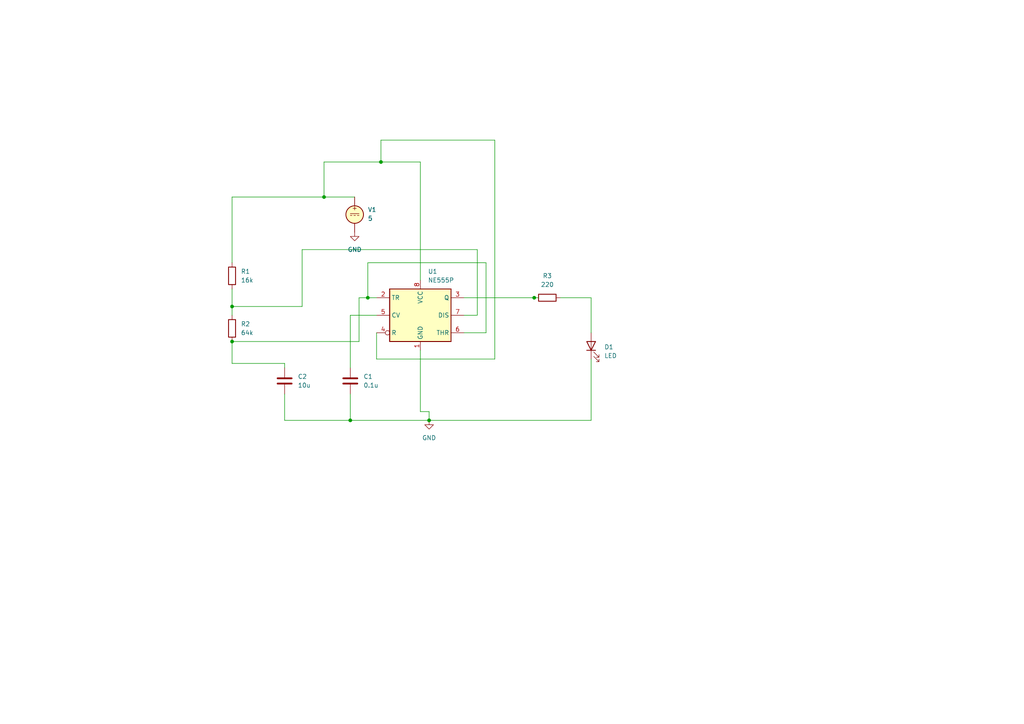
<source format=kicad_sch>
(kicad_sch
	(version 20231120)
	(generator "eeschema")
	(generator_version "8.0")
	(uuid "f8449484-43b0-4886-a42f-33cdd4d0069b")
	(paper "A4")
	(lib_symbols
		(symbol "Device:C"
			(pin_numbers hide)
			(pin_names
				(offset 0.254)
			)
			(exclude_from_sim no)
			(in_bom yes)
			(on_board yes)
			(property "Reference" "C"
				(at 0.635 2.54 0)
				(effects
					(font
						(size 1.27 1.27)
					)
					(justify left)
				)
			)
			(property "Value" "C"
				(at 0.635 -2.54 0)
				(effects
					(font
						(size 1.27 1.27)
					)
					(justify left)
				)
			)
			(property "Footprint" ""
				(at 0.9652 -3.81 0)
				(effects
					(font
						(size 1.27 1.27)
					)
					(hide yes)
				)
			)
			(property "Datasheet" "~"
				(at 0 0 0)
				(effects
					(font
						(size 1.27 1.27)
					)
					(hide yes)
				)
			)
			(property "Description" "Unpolarized capacitor"
				(at 0 0 0)
				(effects
					(font
						(size 1.27 1.27)
					)
					(hide yes)
				)
			)
			(property "ki_keywords" "cap capacitor"
				(at 0 0 0)
				(effects
					(font
						(size 1.27 1.27)
					)
					(hide yes)
				)
			)
			(property "ki_fp_filters" "C_*"
				(at 0 0 0)
				(effects
					(font
						(size 1.27 1.27)
					)
					(hide yes)
				)
			)
			(symbol "C_0_1"
				(polyline
					(pts
						(xy -2.032 -0.762) (xy 2.032 -0.762)
					)
					(stroke
						(width 0.508)
						(type default)
					)
					(fill
						(type none)
					)
				)
				(polyline
					(pts
						(xy -2.032 0.762) (xy 2.032 0.762)
					)
					(stroke
						(width 0.508)
						(type default)
					)
					(fill
						(type none)
					)
				)
			)
			(symbol "C_1_1"
				(pin passive line
					(at 0 3.81 270)
					(length 2.794)
					(name "~"
						(effects
							(font
								(size 1.27 1.27)
							)
						)
					)
					(number "1"
						(effects
							(font
								(size 1.27 1.27)
							)
						)
					)
				)
				(pin passive line
					(at 0 -3.81 90)
					(length 2.794)
					(name "~"
						(effects
							(font
								(size 1.27 1.27)
							)
						)
					)
					(number "2"
						(effects
							(font
								(size 1.27 1.27)
							)
						)
					)
				)
			)
		)
		(symbol "Device:LED"
			(pin_numbers hide)
			(pin_names
				(offset 1.016) hide)
			(exclude_from_sim no)
			(in_bom yes)
			(on_board yes)
			(property "Reference" "D"
				(at 0 2.54 0)
				(effects
					(font
						(size 1.27 1.27)
					)
				)
			)
			(property "Value" "LED"
				(at 0 -2.54 0)
				(effects
					(font
						(size 1.27 1.27)
					)
				)
			)
			(property "Footprint" ""
				(at 0 0 0)
				(effects
					(font
						(size 1.27 1.27)
					)
					(hide yes)
				)
			)
			(property "Datasheet" "~"
				(at 0 0 0)
				(effects
					(font
						(size 1.27 1.27)
					)
					(hide yes)
				)
			)
			(property "Description" "Light emitting diode"
				(at 0 0 0)
				(effects
					(font
						(size 1.27 1.27)
					)
					(hide yes)
				)
			)
			(property "ki_keywords" "LED diode"
				(at 0 0 0)
				(effects
					(font
						(size 1.27 1.27)
					)
					(hide yes)
				)
			)
			(property "ki_fp_filters" "LED* LED_SMD:* LED_THT:*"
				(at 0 0 0)
				(effects
					(font
						(size 1.27 1.27)
					)
					(hide yes)
				)
			)
			(symbol "LED_0_1"
				(polyline
					(pts
						(xy -1.27 -1.27) (xy -1.27 1.27)
					)
					(stroke
						(width 0.254)
						(type default)
					)
					(fill
						(type none)
					)
				)
				(polyline
					(pts
						(xy -1.27 0) (xy 1.27 0)
					)
					(stroke
						(width 0)
						(type default)
					)
					(fill
						(type none)
					)
				)
				(polyline
					(pts
						(xy 1.27 -1.27) (xy 1.27 1.27) (xy -1.27 0) (xy 1.27 -1.27)
					)
					(stroke
						(width 0.254)
						(type default)
					)
					(fill
						(type none)
					)
				)
				(polyline
					(pts
						(xy -3.048 -0.762) (xy -4.572 -2.286) (xy -3.81 -2.286) (xy -4.572 -2.286) (xy -4.572 -1.524)
					)
					(stroke
						(width 0)
						(type default)
					)
					(fill
						(type none)
					)
				)
				(polyline
					(pts
						(xy -1.778 -0.762) (xy -3.302 -2.286) (xy -2.54 -2.286) (xy -3.302 -2.286) (xy -3.302 -1.524)
					)
					(stroke
						(width 0)
						(type default)
					)
					(fill
						(type none)
					)
				)
			)
			(symbol "LED_1_1"
				(pin passive line
					(at -3.81 0 0)
					(length 2.54)
					(name "K"
						(effects
							(font
								(size 1.27 1.27)
							)
						)
					)
					(number "1"
						(effects
							(font
								(size 1.27 1.27)
							)
						)
					)
				)
				(pin passive line
					(at 3.81 0 180)
					(length 2.54)
					(name "A"
						(effects
							(font
								(size 1.27 1.27)
							)
						)
					)
					(number "2"
						(effects
							(font
								(size 1.27 1.27)
							)
						)
					)
				)
			)
		)
		(symbol "Device:R"
			(pin_numbers hide)
			(pin_names
				(offset 0)
			)
			(exclude_from_sim no)
			(in_bom yes)
			(on_board yes)
			(property "Reference" "R"
				(at 2.032 0 90)
				(effects
					(font
						(size 1.27 1.27)
					)
				)
			)
			(property "Value" "R"
				(at 0 0 90)
				(effects
					(font
						(size 1.27 1.27)
					)
				)
			)
			(property "Footprint" ""
				(at -1.778 0 90)
				(effects
					(font
						(size 1.27 1.27)
					)
					(hide yes)
				)
			)
			(property "Datasheet" "~"
				(at 0 0 0)
				(effects
					(font
						(size 1.27 1.27)
					)
					(hide yes)
				)
			)
			(property "Description" "Resistor"
				(at 0 0 0)
				(effects
					(font
						(size 1.27 1.27)
					)
					(hide yes)
				)
			)
			(property "ki_keywords" "R res resistor"
				(at 0 0 0)
				(effects
					(font
						(size 1.27 1.27)
					)
					(hide yes)
				)
			)
			(property "ki_fp_filters" "R_*"
				(at 0 0 0)
				(effects
					(font
						(size 1.27 1.27)
					)
					(hide yes)
				)
			)
			(symbol "R_0_1"
				(rectangle
					(start -1.016 -2.54)
					(end 1.016 2.54)
					(stroke
						(width 0.254)
						(type default)
					)
					(fill
						(type none)
					)
				)
			)
			(symbol "R_1_1"
				(pin passive line
					(at 0 3.81 270)
					(length 1.27)
					(name "~"
						(effects
							(font
								(size 1.27 1.27)
							)
						)
					)
					(number "1"
						(effects
							(font
								(size 1.27 1.27)
							)
						)
					)
				)
				(pin passive line
					(at 0 -3.81 90)
					(length 1.27)
					(name "~"
						(effects
							(font
								(size 1.27 1.27)
							)
						)
					)
					(number "2"
						(effects
							(font
								(size 1.27 1.27)
							)
						)
					)
				)
			)
		)
		(symbol "Simulation_SPICE:VDC"
			(pin_numbers hide)
			(pin_names
				(offset 0.0254)
			)
			(exclude_from_sim no)
			(in_bom yes)
			(on_board yes)
			(property "Reference" "V"
				(at 2.54 2.54 0)
				(effects
					(font
						(size 1.27 1.27)
					)
					(justify left)
				)
			)
			(property "Value" "1"
				(at 2.54 0 0)
				(effects
					(font
						(size 1.27 1.27)
					)
					(justify left)
				)
			)
			(property "Footprint" ""
				(at 0 0 0)
				(effects
					(font
						(size 1.27 1.27)
					)
					(hide yes)
				)
			)
			(property "Datasheet" "https://ngspice.sourceforge.io/docs/ngspice-html-manual/manual.xhtml#sec_Independent_Sources_for"
				(at 0 0 0)
				(effects
					(font
						(size 1.27 1.27)
					)
					(hide yes)
				)
			)
			(property "Description" "Voltage source, DC"
				(at 0 0 0)
				(effects
					(font
						(size 1.27 1.27)
					)
					(hide yes)
				)
			)
			(property "Sim.Pins" "1=+ 2=-"
				(at 0 0 0)
				(effects
					(font
						(size 1.27 1.27)
					)
					(hide yes)
				)
			)
			(property "Sim.Type" "DC"
				(at 0 0 0)
				(effects
					(font
						(size 1.27 1.27)
					)
					(hide yes)
				)
			)
			(property "Sim.Device" "V"
				(at 0 0 0)
				(effects
					(font
						(size 1.27 1.27)
					)
					(justify left)
					(hide yes)
				)
			)
			(property "ki_keywords" "simulation"
				(at 0 0 0)
				(effects
					(font
						(size 1.27 1.27)
					)
					(hide yes)
				)
			)
			(symbol "VDC_0_0"
				(polyline
					(pts
						(xy -1.27 0.254) (xy 1.27 0.254)
					)
					(stroke
						(width 0)
						(type default)
					)
					(fill
						(type none)
					)
				)
				(polyline
					(pts
						(xy -0.762 -0.254) (xy -1.27 -0.254)
					)
					(stroke
						(width 0)
						(type default)
					)
					(fill
						(type none)
					)
				)
				(polyline
					(pts
						(xy 0.254 -0.254) (xy -0.254 -0.254)
					)
					(stroke
						(width 0)
						(type default)
					)
					(fill
						(type none)
					)
				)
				(polyline
					(pts
						(xy 1.27 -0.254) (xy 0.762 -0.254)
					)
					(stroke
						(width 0)
						(type default)
					)
					(fill
						(type none)
					)
				)
				(text "+"
					(at 0 1.905 0)
					(effects
						(font
							(size 1.27 1.27)
						)
					)
				)
			)
			(symbol "VDC_0_1"
				(circle
					(center 0 0)
					(radius 2.54)
					(stroke
						(width 0.254)
						(type default)
					)
					(fill
						(type background)
					)
				)
			)
			(symbol "VDC_1_1"
				(pin passive line
					(at 0 5.08 270)
					(length 2.54)
					(name "~"
						(effects
							(font
								(size 1.27 1.27)
							)
						)
					)
					(number "1"
						(effects
							(font
								(size 1.27 1.27)
							)
						)
					)
				)
				(pin passive line
					(at 0 -5.08 90)
					(length 2.54)
					(name "~"
						(effects
							(font
								(size 1.27 1.27)
							)
						)
					)
					(number "2"
						(effects
							(font
								(size 1.27 1.27)
							)
						)
					)
				)
			)
		)
		(symbol "Timer:NE555P"
			(exclude_from_sim no)
			(in_bom yes)
			(on_board yes)
			(property "Reference" "U"
				(at -10.16 8.89 0)
				(effects
					(font
						(size 1.27 1.27)
					)
					(justify left)
				)
			)
			(property "Value" "NE555P"
				(at 2.54 8.89 0)
				(effects
					(font
						(size 1.27 1.27)
					)
					(justify left)
				)
			)
			(property "Footprint" "Package_DIP:DIP-8_W7.62mm"
				(at 16.51 -10.16 0)
				(effects
					(font
						(size 1.27 1.27)
					)
					(hide yes)
				)
			)
			(property "Datasheet" "http://www.ti.com/lit/ds/symlink/ne555.pdf"
				(at 21.59 -10.16 0)
				(effects
					(font
						(size 1.27 1.27)
					)
					(hide yes)
				)
			)
			(property "Description" "Precision Timers, 555 compatible,  PDIP-8"
				(at 0 0 0)
				(effects
					(font
						(size 1.27 1.27)
					)
					(hide yes)
				)
			)
			(property "ki_keywords" "single timer 555"
				(at 0 0 0)
				(effects
					(font
						(size 1.27 1.27)
					)
					(hide yes)
				)
			)
			(property "ki_fp_filters" "DIP*W7.62mm*"
				(at 0 0 0)
				(effects
					(font
						(size 1.27 1.27)
					)
					(hide yes)
				)
			)
			(symbol "NE555P_0_0"
				(pin power_in line
					(at 0 -10.16 90)
					(length 2.54)
					(name "GND"
						(effects
							(font
								(size 1.27 1.27)
							)
						)
					)
					(number "1"
						(effects
							(font
								(size 1.27 1.27)
							)
						)
					)
				)
				(pin power_in line
					(at 0 10.16 270)
					(length 2.54)
					(name "VCC"
						(effects
							(font
								(size 1.27 1.27)
							)
						)
					)
					(number "8"
						(effects
							(font
								(size 1.27 1.27)
							)
						)
					)
				)
			)
			(symbol "NE555P_0_1"
				(rectangle
					(start -8.89 -7.62)
					(end 8.89 7.62)
					(stroke
						(width 0.254)
						(type default)
					)
					(fill
						(type background)
					)
				)
				(rectangle
					(start -8.89 -7.62)
					(end 8.89 7.62)
					(stroke
						(width 0.254)
						(type default)
					)
					(fill
						(type background)
					)
				)
			)
			(symbol "NE555P_1_1"
				(pin input line
					(at -12.7 5.08 0)
					(length 3.81)
					(name "TR"
						(effects
							(font
								(size 1.27 1.27)
							)
						)
					)
					(number "2"
						(effects
							(font
								(size 1.27 1.27)
							)
						)
					)
				)
				(pin output line
					(at 12.7 5.08 180)
					(length 3.81)
					(name "Q"
						(effects
							(font
								(size 1.27 1.27)
							)
						)
					)
					(number "3"
						(effects
							(font
								(size 1.27 1.27)
							)
						)
					)
				)
				(pin input inverted
					(at -12.7 -5.08 0)
					(length 3.81)
					(name "R"
						(effects
							(font
								(size 1.27 1.27)
							)
						)
					)
					(number "4"
						(effects
							(font
								(size 1.27 1.27)
							)
						)
					)
				)
				(pin input line
					(at -12.7 0 0)
					(length 3.81)
					(name "CV"
						(effects
							(font
								(size 1.27 1.27)
							)
						)
					)
					(number "5"
						(effects
							(font
								(size 1.27 1.27)
							)
						)
					)
				)
				(pin input line
					(at 12.7 -5.08 180)
					(length 3.81)
					(name "THR"
						(effects
							(font
								(size 1.27 1.27)
							)
						)
					)
					(number "6"
						(effects
							(font
								(size 1.27 1.27)
							)
						)
					)
				)
				(pin input line
					(at 12.7 0 180)
					(length 3.81)
					(name "DIS"
						(effects
							(font
								(size 1.27 1.27)
							)
						)
					)
					(number "7"
						(effects
							(font
								(size 1.27 1.27)
							)
						)
					)
				)
			)
		)
		(symbol "power:GND"
			(power)
			(pin_numbers hide)
			(pin_names
				(offset 0) hide)
			(exclude_from_sim no)
			(in_bom yes)
			(on_board yes)
			(property "Reference" "#PWR"
				(at 0 -6.35 0)
				(effects
					(font
						(size 1.27 1.27)
					)
					(hide yes)
				)
			)
			(property "Value" "GND"
				(at 0 -3.81 0)
				(effects
					(font
						(size 1.27 1.27)
					)
				)
			)
			(property "Footprint" ""
				(at 0 0 0)
				(effects
					(font
						(size 1.27 1.27)
					)
					(hide yes)
				)
			)
			(property "Datasheet" ""
				(at 0 0 0)
				(effects
					(font
						(size 1.27 1.27)
					)
					(hide yes)
				)
			)
			(property "Description" "Power symbol creates a global label with name \"GND\" , ground"
				(at 0 0 0)
				(effects
					(font
						(size 1.27 1.27)
					)
					(hide yes)
				)
			)
			(property "ki_keywords" "global power"
				(at 0 0 0)
				(effects
					(font
						(size 1.27 1.27)
					)
					(hide yes)
				)
			)
			(symbol "GND_0_1"
				(polyline
					(pts
						(xy 0 0) (xy 0 -1.27) (xy 1.27 -1.27) (xy 0 -2.54) (xy -1.27 -1.27) (xy 0 -1.27)
					)
					(stroke
						(width 0)
						(type default)
					)
					(fill
						(type none)
					)
				)
			)
			(symbol "GND_1_1"
				(pin power_in line
					(at 0 0 270)
					(length 0)
					(name "~"
						(effects
							(font
								(size 1.27 1.27)
							)
						)
					)
					(number "1"
						(effects
							(font
								(size 1.27 1.27)
							)
						)
					)
				)
			)
		)
	)
	(junction
		(at 154.94 86.36)
		(diameter 0)
		(color 0 0 0 0)
		(uuid "2b415837-43fe-4c81-be92-8a18248e1894")
	)
	(junction
		(at 67.31 99.06)
		(diameter 0)
		(color 0 0 0 0)
		(uuid "41f3da3b-5b9a-48f7-abbd-df5b6a19ebb5")
	)
	(junction
		(at 101.6 121.92)
		(diameter 0)
		(color 0 0 0 0)
		(uuid "6ac7dcef-fc1c-44ec-8a1a-6ff562793f8b")
	)
	(junction
		(at 93.98 57.15)
		(diameter 0)
		(color 0 0 0 0)
		(uuid "750e07bb-b685-4653-93e2-dfcd9ffe29b1")
	)
	(junction
		(at 67.31 88.9)
		(diameter 0)
		(color 0 0 0 0)
		(uuid "ced76d03-683e-4dc5-bf29-9fdf22136232")
	)
	(junction
		(at 124.46 121.92)
		(diameter 0)
		(color 0 0 0 0)
		(uuid "d3d2cac7-124d-4a7f-b2b6-25d430214983")
	)
	(junction
		(at 106.68 86.36)
		(diameter 0)
		(color 0 0 0 0)
		(uuid "e815d01f-bb8c-49cf-8357-815876998e35")
	)
	(junction
		(at 110.49 46.99)
		(diameter 0)
		(color 0 0 0 0)
		(uuid "ee2b2459-bb61-4e7e-a326-2461cb64d201")
	)
	(wire
		(pts
			(xy 101.6 91.44) (xy 109.22 91.44)
		)
		(stroke
			(width 0)
			(type default)
		)
		(uuid "015552d8-de9c-462f-85d4-f2a970c80255")
	)
	(wire
		(pts
			(xy 67.31 105.41) (xy 82.55 105.41)
		)
		(stroke
			(width 0)
			(type default)
		)
		(uuid "018c3d49-050b-4073-967e-e726d0430f72")
	)
	(wire
		(pts
			(xy 67.31 99.06) (xy 104.14 99.06)
		)
		(stroke
			(width 0)
			(type default)
		)
		(uuid "0ca921d4-88bc-436f-aa37-c78a3992ad1b")
	)
	(wire
		(pts
			(xy 109.22 104.14) (xy 143.51 104.14)
		)
		(stroke
			(width 0)
			(type default)
		)
		(uuid "1010b0e4-9a64-43a4-bc31-a5b62b93c9bd")
	)
	(wire
		(pts
			(xy 162.56 86.36) (xy 171.45 86.36)
		)
		(stroke
			(width 0)
			(type default)
		)
		(uuid "11194602-6dec-4e4e-8733-d7a0e1dc51ea")
	)
	(wire
		(pts
			(xy 67.31 76.2) (xy 67.31 57.15)
		)
		(stroke
			(width 0)
			(type default)
		)
		(uuid "17009113-5073-4d77-84b3-3f2c130d79bf")
	)
	(wire
		(pts
			(xy 106.68 76.2) (xy 106.68 86.36)
		)
		(stroke
			(width 0)
			(type default)
		)
		(uuid "1aca9ed5-28a0-4158-9f36-a8e598da15c5")
	)
	(wire
		(pts
			(xy 82.55 106.68) (xy 82.55 105.41)
		)
		(stroke
			(width 0)
			(type default)
		)
		(uuid "1ea99c6e-c9f5-47dd-b329-06872a682562")
	)
	(wire
		(pts
			(xy 67.31 99.06) (xy 67.31 105.41)
		)
		(stroke
			(width 0)
			(type default)
		)
		(uuid "2a8b509d-6ec0-4bea-bc85-b797fb3b10eb")
	)
	(wire
		(pts
			(xy 124.46 119.38) (xy 124.46 121.92)
		)
		(stroke
			(width 0)
			(type default)
		)
		(uuid "2fc343a1-4558-452b-af91-399bdfd58332")
	)
	(wire
		(pts
			(xy 121.92 81.28) (xy 121.92 46.99)
		)
		(stroke
			(width 0)
			(type default)
		)
		(uuid "3e8d244a-a178-4fec-8d1f-b3618e0c193a")
	)
	(wire
		(pts
			(xy 121.92 46.99) (xy 110.49 46.99)
		)
		(stroke
			(width 0)
			(type default)
		)
		(uuid "3ed8521f-7a99-4934-b43d-a43b0976c125")
	)
	(wire
		(pts
			(xy 93.98 57.15) (xy 102.87 57.15)
		)
		(stroke
			(width 0)
			(type default)
		)
		(uuid "424d1736-e4f1-406d-85f3-fb518723c866")
	)
	(wire
		(pts
			(xy 67.31 57.15) (xy 93.98 57.15)
		)
		(stroke
			(width 0)
			(type default)
		)
		(uuid "49c4e8b9-dbbb-4713-8ce1-ceb6d89d2914")
	)
	(wire
		(pts
			(xy 171.45 86.36) (xy 171.45 96.52)
		)
		(stroke
			(width 0)
			(type default)
		)
		(uuid "4a8cbc3a-36b0-4072-83ed-1a295176817a")
	)
	(wire
		(pts
			(xy 101.6 114.3) (xy 101.6 121.92)
		)
		(stroke
			(width 0)
			(type default)
		)
		(uuid "55f402c6-3649-4547-a4e4-99fd1075a32b")
	)
	(wire
		(pts
			(xy 138.43 91.44) (xy 138.43 72.39)
		)
		(stroke
			(width 0)
			(type default)
		)
		(uuid "56d5608f-69ba-4bc6-89a6-3568d1d4c3c9")
	)
	(wire
		(pts
			(xy 154.94 86.36) (xy 156.21 86.36)
		)
		(stroke
			(width 0)
			(type default)
		)
		(uuid "5e38ec2e-5d64-4e00-895d-49cad260b1dd")
	)
	(wire
		(pts
			(xy 134.62 96.52) (xy 140.97 96.52)
		)
		(stroke
			(width 0)
			(type default)
		)
		(uuid "601317b2-eafe-4108-ab44-2a595fb41ce7")
	)
	(wire
		(pts
			(xy 138.43 72.39) (xy 87.63 72.39)
		)
		(stroke
			(width 0)
			(type default)
		)
		(uuid "62a34d08-039c-4357-aae3-6a1784ae4384")
	)
	(wire
		(pts
			(xy 110.49 46.99) (xy 93.98 46.99)
		)
		(stroke
			(width 0)
			(type default)
		)
		(uuid "657364fb-797f-4844-af54-d5f9cc26cece")
	)
	(wire
		(pts
			(xy 101.6 106.68) (xy 101.6 91.44)
		)
		(stroke
			(width 0)
			(type default)
		)
		(uuid "687ba992-c3cc-4180-81c8-8ce1fdc17c87")
	)
	(wire
		(pts
			(xy 67.31 83.82) (xy 67.31 88.9)
		)
		(stroke
			(width 0)
			(type default)
		)
		(uuid "6fbf8ffe-57ea-4881-aa96-cecd645341ea")
	)
	(wire
		(pts
			(xy 93.98 46.99) (xy 93.98 57.15)
		)
		(stroke
			(width 0)
			(type default)
		)
		(uuid "75abf9b7-3ba3-4171-99e3-469153ba4f03")
	)
	(wire
		(pts
			(xy 67.31 88.9) (xy 67.31 91.44)
		)
		(stroke
			(width 0)
			(type default)
		)
		(uuid "84e17a1f-0e95-4181-a0cc-267748d9c9ca")
	)
	(wire
		(pts
			(xy 104.14 86.36) (xy 106.68 86.36)
		)
		(stroke
			(width 0)
			(type default)
		)
		(uuid "852f8bb2-c8cb-4256-9e51-ec4086a3b8e3")
	)
	(wire
		(pts
			(xy 101.6 121.92) (xy 82.55 121.92)
		)
		(stroke
			(width 0)
			(type default)
		)
		(uuid "8be89aec-f560-4792-adcb-52f558238188")
	)
	(wire
		(pts
			(xy 143.51 40.64) (xy 110.49 40.64)
		)
		(stroke
			(width 0)
			(type default)
		)
		(uuid "9163a244-a0a2-4421-854d-e1f792074725")
	)
	(wire
		(pts
			(xy 106.68 86.36) (xy 109.22 86.36)
		)
		(stroke
			(width 0)
			(type default)
		)
		(uuid "956696b5-4dc1-4f84-a446-4c90cc86f880")
	)
	(wire
		(pts
			(xy 109.22 96.52) (xy 109.22 104.14)
		)
		(stroke
			(width 0)
			(type default)
		)
		(uuid "a97a2c58-51f4-46af-be41-aef61f32d472")
	)
	(wire
		(pts
			(xy 87.63 88.9) (xy 67.31 88.9)
		)
		(stroke
			(width 0)
			(type default)
		)
		(uuid "ac46e819-b497-424d-94b5-914718cd54d7")
	)
	(wire
		(pts
			(xy 121.92 101.6) (xy 121.92 119.38)
		)
		(stroke
			(width 0)
			(type default)
		)
		(uuid "b3adb4a9-db06-4803-921e-1fdbedaab883")
	)
	(wire
		(pts
			(xy 143.51 104.14) (xy 143.51 40.64)
		)
		(stroke
			(width 0)
			(type default)
		)
		(uuid "b42c5c68-69c9-4485-b656-3e36be61d791")
	)
	(wire
		(pts
			(xy 134.62 86.36) (xy 154.94 86.36)
		)
		(stroke
			(width 0)
			(type default)
		)
		(uuid "c38920db-9c36-4366-8413-34e48385891c")
	)
	(wire
		(pts
			(xy 140.97 96.52) (xy 140.97 76.2)
		)
		(stroke
			(width 0)
			(type default)
		)
		(uuid "d1093926-04f3-4ab5-8921-60893a4bb119")
	)
	(wire
		(pts
			(xy 104.14 99.06) (xy 104.14 86.36)
		)
		(stroke
			(width 0)
			(type default)
		)
		(uuid "d7a56554-7bd2-4907-8d66-5aa08397e658")
	)
	(wire
		(pts
			(xy 121.92 119.38) (xy 124.46 119.38)
		)
		(stroke
			(width 0)
			(type default)
		)
		(uuid "d984d1a3-d6e5-476d-8a41-ca7beca495c9")
	)
	(wire
		(pts
			(xy 124.46 121.92) (xy 101.6 121.92)
		)
		(stroke
			(width 0)
			(type default)
		)
		(uuid "d9d3b221-3e29-4f92-86e4-fcc88917e48f")
	)
	(wire
		(pts
			(xy 87.63 72.39) (xy 87.63 88.9)
		)
		(stroke
			(width 0)
			(type default)
		)
		(uuid "da088511-faee-462d-bd8c-46f7a49df77e")
	)
	(wire
		(pts
			(xy 171.45 121.92) (xy 124.46 121.92)
		)
		(stroke
			(width 0)
			(type default)
		)
		(uuid "dea42da8-da31-4420-a545-d402e7c0ddd7")
	)
	(wire
		(pts
			(xy 171.45 104.14) (xy 171.45 121.92)
		)
		(stroke
			(width 0)
			(type default)
		)
		(uuid "e4689709-7c82-40b0-9188-0c76736831f1")
	)
	(wire
		(pts
			(xy 140.97 76.2) (xy 106.68 76.2)
		)
		(stroke
			(width 0)
			(type default)
		)
		(uuid "e8afeb1f-d6ae-463d-b375-05bdad576a38")
	)
	(wire
		(pts
			(xy 134.62 91.44) (xy 138.43 91.44)
		)
		(stroke
			(width 0)
			(type default)
		)
		(uuid "eb775566-10d8-434e-bfb3-1bfd2bba9e70")
	)
	(wire
		(pts
			(xy 110.49 40.64) (xy 110.49 46.99)
		)
		(stroke
			(width 0)
			(type default)
		)
		(uuid "f37fccd0-bd7c-4158-a16a-567a1f286350")
	)
	(wire
		(pts
			(xy 82.55 114.3) (xy 82.55 121.92)
		)
		(stroke
			(width 0)
			(type default)
		)
		(uuid "f3d2ebfc-ec4e-4508-8525-921c5aca2b7d")
	)
	(symbol
		(lib_id "Device:C")
		(at 82.55 110.49 0)
		(unit 1)
		(exclude_from_sim no)
		(in_bom yes)
		(on_board yes)
		(dnp no)
		(fields_autoplaced yes)
		(uuid "1eb3a303-4ebe-49d3-afec-63e5484ca7b9")
		(property "Reference" "C2"
			(at 86.36 109.2199 0)
			(effects
				(font
					(size 1.27 1.27)
				)
				(justify left)
			)
		)
		(property "Value" "10u"
			(at 86.36 111.7599 0)
			(effects
				(font
					(size 1.27 1.27)
				)
				(justify left)
			)
		)
		(property "Footprint" ""
			(at 83.5152 114.3 0)
			(effects
				(font
					(size 1.27 1.27)
				)
				(hide yes)
			)
		)
		(property "Datasheet" "~"
			(at 82.55 110.49 0)
			(effects
				(font
					(size 1.27 1.27)
				)
				(hide yes)
			)
		)
		(property "Description" "Unpolarized capacitor"
			(at 82.55 110.49 0)
			(effects
				(font
					(size 1.27 1.27)
				)
				(hide yes)
			)
		)
		(pin "2"
			(uuid "a3d60fc6-94d5-4553-a13e-0609119ea45d")
		)
		(pin "1"
			(uuid "8acf3a24-a41a-4f7e-a86e-cc3f1844df28")
		)
		(instances
			(project ""
				(path "/f8449484-43b0-4886-a42f-33cdd4d0069b"
					(reference "C2")
					(unit 1)
				)
			)
		)
	)
	(symbol
		(lib_id "Timer:NE555P")
		(at 121.92 91.44 0)
		(unit 1)
		(exclude_from_sim no)
		(in_bom yes)
		(on_board yes)
		(dnp no)
		(fields_autoplaced yes)
		(uuid "3ffccf8d-05e0-406e-bb6a-02dd09832a01")
		(property "Reference" "U1"
			(at 124.1141 78.74 0)
			(effects
				(font
					(size 1.27 1.27)
				)
				(justify left)
			)
		)
		(property "Value" "NE555P"
			(at 124.1141 81.28 0)
			(effects
				(font
					(size 1.27 1.27)
				)
				(justify left)
			)
		)
		(property "Footprint" "Package_DIP:DIP-8_W7.62mm"
			(at 138.43 101.6 0)
			(effects
				(font
					(size 1.27 1.27)
				)
				(hide yes)
			)
		)
		(property "Datasheet" "http://www.ti.com/lit/ds/symlink/ne555.pdf"
			(at 143.51 101.6 0)
			(effects
				(font
					(size 1.27 1.27)
				)
				(hide yes)
			)
		)
		(property "Description" "Precision Timers, 555 compatible,  PDIP-8"
			(at 121.92 91.44 0)
			(effects
				(font
					(size 1.27 1.27)
				)
				(hide yes)
			)
		)
		(pin "8"
			(uuid "e0ccb87e-ed54-47d7-adc1-d5f66afdd676")
		)
		(pin "6"
			(uuid "82412e37-8f6c-4db8-9095-10549354a286")
		)
		(pin "4"
			(uuid "4c750f4c-98c4-4c08-8911-c933379aa062")
		)
		(pin "1"
			(uuid "38a5ad3b-d044-46f1-be32-7502f167ce9c")
		)
		(pin "3"
			(uuid "148cd0ce-ffc1-437b-89e8-8a1dacdf4413")
		)
		(pin "7"
			(uuid "18f5e030-5dd0-410c-b666-6f8069d81dd5")
		)
		(pin "5"
			(uuid "0739b77b-6240-4fc1-bfa5-da1d88ba6943")
		)
		(pin "2"
			(uuid "ec2f9207-743c-431c-8f4e-4e0ab5e5024b")
		)
		(instances
			(project ""
				(path "/f8449484-43b0-4886-a42f-33cdd4d0069b"
					(reference "U1")
					(unit 1)
				)
			)
		)
	)
	(symbol
		(lib_id "Device:C")
		(at 101.6 110.49 0)
		(unit 1)
		(exclude_from_sim no)
		(in_bom yes)
		(on_board yes)
		(dnp no)
		(fields_autoplaced yes)
		(uuid "4b0b37cd-21c3-41c1-8ff7-43f3a8da9ef9")
		(property "Reference" "C1"
			(at 105.41 109.2199 0)
			(effects
				(font
					(size 1.27 1.27)
				)
				(justify left)
			)
		)
		(property "Value" "0.1u"
			(at 105.41 111.7599 0)
			(effects
				(font
					(size 1.27 1.27)
				)
				(justify left)
			)
		)
		(property "Footprint" ""
			(at 102.5652 114.3 0)
			(effects
				(font
					(size 1.27 1.27)
				)
				(hide yes)
			)
		)
		(property "Datasheet" "~"
			(at 101.6 110.49 0)
			(effects
				(font
					(size 1.27 1.27)
				)
				(hide yes)
			)
		)
		(property "Description" "Unpolarized capacitor"
			(at 101.6 110.49 0)
			(effects
				(font
					(size 1.27 1.27)
				)
				(hide yes)
			)
		)
		(pin "1"
			(uuid "1eb90f33-828e-4abd-9a1c-f793b2f96d49")
		)
		(pin "2"
			(uuid "2289d0fa-3f6f-4201-ab5c-fba0cff7502c")
		)
		(instances
			(project ""
				(path "/f8449484-43b0-4886-a42f-33cdd4d0069b"
					(reference "C1")
					(unit 1)
				)
			)
		)
	)
	(symbol
		(lib_id "Device:R")
		(at 67.31 95.25 0)
		(unit 1)
		(exclude_from_sim no)
		(in_bom yes)
		(on_board yes)
		(dnp no)
		(fields_autoplaced yes)
		(uuid "6b9289c3-0885-49be-9be9-0a35832f6a39")
		(property "Reference" "R2"
			(at 69.85 93.9799 0)
			(effects
				(font
					(size 1.27 1.27)
				)
				(justify left)
			)
		)
		(property "Value" "64k"
			(at 69.85 96.5199 0)
			(effects
				(font
					(size 1.27 1.27)
				)
				(justify left)
			)
		)
		(property "Footprint" ""
			(at 65.532 95.25 90)
			(effects
				(font
					(size 1.27 1.27)
				)
				(hide yes)
			)
		)
		(property "Datasheet" "~"
			(at 67.31 95.25 0)
			(effects
				(font
					(size 1.27 1.27)
				)
				(hide yes)
			)
		)
		(property "Description" "Resistor"
			(at 67.31 95.25 0)
			(effects
				(font
					(size 1.27 1.27)
				)
				(hide yes)
			)
		)
		(pin "1"
			(uuid "fd065416-43a7-4dd8-bc12-556ab9734b1e")
		)
		(pin "2"
			(uuid "90bf601c-eef9-4bbd-834e-0620531c0d86")
		)
		(instances
			(project ""
				(path "/f8449484-43b0-4886-a42f-33cdd4d0069b"
					(reference "R2")
					(unit 1)
				)
			)
		)
	)
	(symbol
		(lib_id "power:GND")
		(at 124.46 121.92 0)
		(unit 1)
		(exclude_from_sim no)
		(in_bom yes)
		(on_board yes)
		(dnp no)
		(fields_autoplaced yes)
		(uuid "863556ac-5ca4-45ec-940b-405c10c26a48")
		(property "Reference" "#PWR02"
			(at 124.46 128.27 0)
			(effects
				(font
					(size 1.27 1.27)
				)
				(hide yes)
			)
		)
		(property "Value" "GND"
			(at 124.46 127 0)
			(effects
				(font
					(size 1.27 1.27)
				)
			)
		)
		(property "Footprint" ""
			(at 124.46 121.92 0)
			(effects
				(font
					(size 1.27 1.27)
				)
				(hide yes)
			)
		)
		(property "Datasheet" ""
			(at 124.46 121.92 0)
			(effects
				(font
					(size 1.27 1.27)
				)
				(hide yes)
			)
		)
		(property "Description" "Power symbol creates a global label with name \"GND\" , ground"
			(at 124.46 121.92 0)
			(effects
				(font
					(size 1.27 1.27)
				)
				(hide yes)
			)
		)
		(pin "1"
			(uuid "a601004d-b945-4231-8f32-3057d53a0936")
		)
		(instances
			(project ""
				(path "/f8449484-43b0-4886-a42f-33cdd4d0069b"
					(reference "#PWR02")
					(unit 1)
				)
			)
		)
	)
	(symbol
		(lib_id "Device:R")
		(at 67.31 80.01 0)
		(unit 1)
		(exclude_from_sim no)
		(in_bom yes)
		(on_board yes)
		(dnp no)
		(fields_autoplaced yes)
		(uuid "9364beb4-026d-40fb-8171-5b229a81e63f")
		(property "Reference" "R1"
			(at 69.85 78.7399 0)
			(effects
				(font
					(size 1.27 1.27)
				)
				(justify left)
			)
		)
		(property "Value" "16k"
			(at 69.85 81.2799 0)
			(effects
				(font
					(size 1.27 1.27)
				)
				(justify left)
			)
		)
		(property "Footprint" ""
			(at 65.532 80.01 90)
			(effects
				(font
					(size 1.27 1.27)
				)
				(hide yes)
			)
		)
		(property "Datasheet" "~"
			(at 67.31 80.01 0)
			(effects
				(font
					(size 1.27 1.27)
				)
				(hide yes)
			)
		)
		(property "Description" "Resistor"
			(at 67.31 80.01 0)
			(effects
				(font
					(size 1.27 1.27)
				)
				(hide yes)
			)
		)
		(pin "1"
			(uuid "fad27855-96dc-4e3c-8e1e-b4f01b52e13c")
		)
		(pin "2"
			(uuid "f73d49c8-e7de-4ec9-8595-70b17b9ddc2d")
		)
		(instances
			(project ""
				(path "/f8449484-43b0-4886-a42f-33cdd4d0069b"
					(reference "R1")
					(unit 1)
				)
			)
		)
	)
	(symbol
		(lib_id "Simulation_SPICE:VDC")
		(at 102.87 62.23 0)
		(unit 1)
		(exclude_from_sim no)
		(in_bom yes)
		(on_board yes)
		(dnp no)
		(fields_autoplaced yes)
		(uuid "9ea9a482-25be-499c-8f30-b716fc617d33")
		(property "Reference" "V1"
			(at 106.68 60.8301 0)
			(effects
				(font
					(size 1.27 1.27)
				)
				(justify left)
			)
		)
		(property "Value" "5"
			(at 106.68 63.3701 0)
			(effects
				(font
					(size 1.27 1.27)
				)
				(justify left)
			)
		)
		(property "Footprint" ""
			(at 102.87 62.23 0)
			(effects
				(font
					(size 1.27 1.27)
				)
				(hide yes)
			)
		)
		(property "Datasheet" "https://ngspice.sourceforge.io/docs/ngspice-html-manual/manual.xhtml#sec_Independent_Sources_for"
			(at 102.87 62.23 0)
			(effects
				(font
					(size 1.27 1.27)
				)
				(hide yes)
			)
		)
		(property "Description" "Voltage source, DC"
			(at 102.87 62.23 0)
			(effects
				(font
					(size 1.27 1.27)
				)
				(hide yes)
			)
		)
		(property "Sim.Pins" "1=+ 2=-"
			(at 102.87 62.23 0)
			(effects
				(font
					(size 1.27 1.27)
				)
				(hide yes)
			)
		)
		(property "Sim.Type" "DC"
			(at 102.87 62.23 0)
			(effects
				(font
					(size 1.27 1.27)
				)
				(hide yes)
			)
		)
		(property "Sim.Device" "V"
			(at 102.87 62.23 0)
			(effects
				(font
					(size 1.27 1.27)
				)
				(justify left)
				(hide yes)
			)
		)
		(pin "1"
			(uuid "8c9218cf-b2bc-4307-aa60-b13e16b810ac")
		)
		(pin "2"
			(uuid "4b2d394d-1cd0-4437-a8d4-5276abea2950")
		)
		(instances
			(project ""
				(path "/f8449484-43b0-4886-a42f-33cdd4d0069b"
					(reference "V1")
					(unit 1)
				)
			)
		)
	)
	(symbol
		(lib_id "Device:LED")
		(at 171.45 100.33 90)
		(unit 1)
		(exclude_from_sim no)
		(in_bom yes)
		(on_board yes)
		(dnp no)
		(fields_autoplaced yes)
		(uuid "b7cf829a-8a36-4f63-b100-f20318f7b1b6")
		(property "Reference" "D1"
			(at 175.26 100.6474 90)
			(effects
				(font
					(size 1.27 1.27)
				)
				(justify right)
			)
		)
		(property "Value" "LED"
			(at 175.26 103.1874 90)
			(effects
				(font
					(size 1.27 1.27)
				)
				(justify right)
			)
		)
		(property "Footprint" ""
			(at 171.45 100.33 0)
			(effects
				(font
					(size 1.27 1.27)
				)
				(hide yes)
			)
		)
		(property "Datasheet" "~"
			(at 171.45 100.33 0)
			(effects
				(font
					(size 1.27 1.27)
				)
				(hide yes)
			)
		)
		(property "Description" "Light emitting diode"
			(at 171.45 100.33 0)
			(effects
				(font
					(size 1.27 1.27)
				)
				(hide yes)
			)
		)
		(pin "2"
			(uuid "135f3e5b-2798-45e5-b18f-06674f249707")
		)
		(pin "1"
			(uuid "aec32002-76b9-44ca-9d2a-2d4cb9dff095")
		)
		(instances
			(project ""
				(path "/f8449484-43b0-4886-a42f-33cdd4d0069b"
					(reference "D1")
					(unit 1)
				)
			)
		)
	)
	(symbol
		(lib_id "power:GND")
		(at 102.87 67.31 0)
		(unit 1)
		(exclude_from_sim no)
		(in_bom yes)
		(on_board yes)
		(dnp no)
		(fields_autoplaced yes)
		(uuid "ec21ae16-e2f5-49c4-abd6-79022ca70da7")
		(property "Reference" "#PWR01"
			(at 102.87 73.66 0)
			(effects
				(font
					(size 1.27 1.27)
				)
				(hide yes)
			)
		)
		(property "Value" "GND"
			(at 102.87 72.39 0)
			(effects
				(font
					(size 1.27 1.27)
				)
			)
		)
		(property "Footprint" ""
			(at 102.87 67.31 0)
			(effects
				(font
					(size 1.27 1.27)
				)
				(hide yes)
			)
		)
		(property "Datasheet" ""
			(at 102.87 67.31 0)
			(effects
				(font
					(size 1.27 1.27)
				)
				(hide yes)
			)
		)
		(property "Description" "Power symbol creates a global label with name \"GND\" , ground"
			(at 102.87 67.31 0)
			(effects
				(font
					(size 1.27 1.27)
				)
				(hide yes)
			)
		)
		(pin "1"
			(uuid "850bc4ac-9bc5-478a-a8b9-15c7c2fc0d1a")
		)
		(instances
			(project ""
				(path "/f8449484-43b0-4886-a42f-33cdd4d0069b"
					(reference "#PWR01")
					(unit 1)
				)
			)
		)
	)
	(symbol
		(lib_id "Device:R")
		(at 158.75 86.36 90)
		(unit 1)
		(exclude_from_sim no)
		(in_bom yes)
		(on_board yes)
		(dnp no)
		(fields_autoplaced yes)
		(uuid "f7043275-44ea-4902-a601-9a72c5a3e5e7")
		(property "Reference" "R3"
			(at 158.75 80.01 90)
			(effects
				(font
					(size 1.27 1.27)
				)
			)
		)
		(property "Value" "220"
			(at 158.75 82.55 90)
			(effects
				(font
					(size 1.27 1.27)
				)
			)
		)
		(property "Footprint" ""
			(at 158.75 88.138 90)
			(effects
				(font
					(size 1.27 1.27)
				)
				(hide yes)
			)
		)
		(property "Datasheet" "~"
			(at 158.75 86.36 0)
			(effects
				(font
					(size 1.27 1.27)
				)
				(hide yes)
			)
		)
		(property "Description" "Resistor"
			(at 158.75 86.36 0)
			(effects
				(font
					(size 1.27 1.27)
				)
				(hide yes)
			)
		)
		(pin "1"
			(uuid "3d57b670-b7dc-4aa3-8261-a24b09b6e764")
		)
		(pin "2"
			(uuid "e7613d74-fef5-4cba-a493-b546a907526c")
		)
		(instances
			(project "first"
				(path "/f8449484-43b0-4886-a42f-33cdd4d0069b"
					(reference "R3")
					(unit 1)
				)
			)
		)
	)
	(sheet_instances
		(path "/"
			(page "1")
		)
	)
)

</source>
